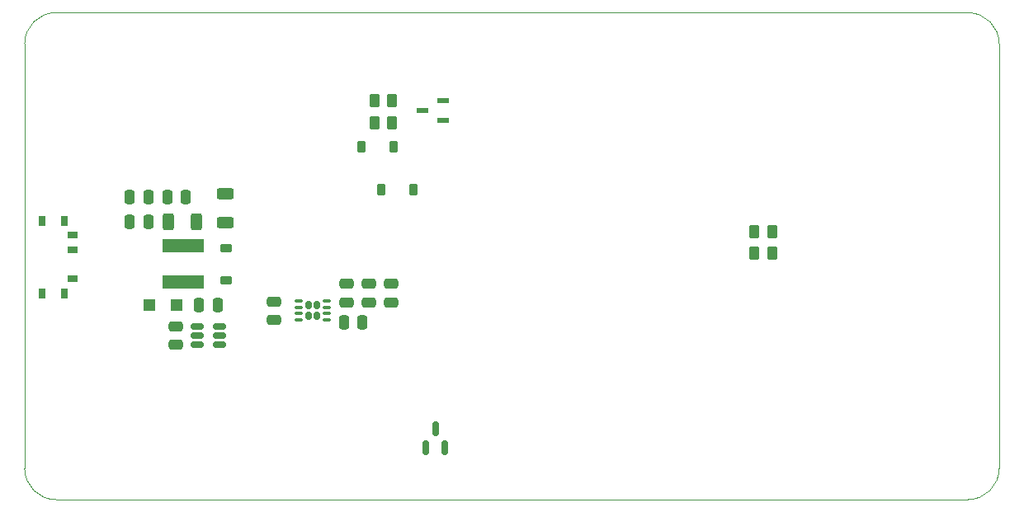
<source format=gbp>
G04 #@! TF.GenerationSoftware,KiCad,Pcbnew,8.0.6*
G04 #@! TF.CreationDate,2026-01-15T10:53:25-08:00*
G04 #@! TF.ProjectId,USBPD_Board,55534250-445f-4426-9f61-72642e6b6963,A*
G04 #@! TF.SameCoordinates,Original*
G04 #@! TF.FileFunction,Paste,Bot*
G04 #@! TF.FilePolarity,Positive*
%FSLAX46Y46*%
G04 Gerber Fmt 4.6, Leading zero omitted, Abs format (unit mm)*
G04 Created by KiCad (PCBNEW 8.0.6) date 2026-01-15 10:53:25*
%MOMM*%
%LPD*%
G01*
G04 APERTURE LIST*
G04 Aperture macros list*
%AMRoundRect*
0 Rectangle with rounded corners*
0 $1 Rounding radius*
0 $2 $3 $4 $5 $6 $7 $8 $9 X,Y pos of 4 corners*
0 Add a 4 corners polygon primitive as box body*
4,1,4,$2,$3,$4,$5,$6,$7,$8,$9,$2,$3,0*
0 Add four circle primitives for the rounded corners*
1,1,$1+$1,$2,$3*
1,1,$1+$1,$4,$5*
1,1,$1+$1,$6,$7*
1,1,$1+$1,$8,$9*
0 Add four rect primitives between the rounded corners*
20,1,$1+$1,$2,$3,$4,$5,0*
20,1,$1+$1,$4,$5,$6,$7,0*
20,1,$1+$1,$6,$7,$8,$9,0*
20,1,$1+$1,$8,$9,$2,$3,0*%
G04 Aperture macros list end*
%ADD10RoundRect,0.250000X0.262500X0.450000X-0.262500X0.450000X-0.262500X-0.450000X0.262500X-0.450000X0*%
%ADD11RoundRect,0.250000X0.475000X-0.250000X0.475000X0.250000X-0.475000X0.250000X-0.475000X-0.250000X0*%
%ADD12RoundRect,0.250000X-0.250000X-0.475000X0.250000X-0.475000X0.250000X0.475000X-0.250000X0.475000X0*%
%ADD13RoundRect,0.250000X-0.312500X-0.625000X0.312500X-0.625000X0.312500X0.625000X-0.312500X0.625000X0*%
%ADD14RoundRect,0.225000X-0.225000X-0.375000X0.225000X-0.375000X0.225000X0.375000X-0.225000X0.375000X0*%
%ADD15RoundRect,0.250000X-0.475000X0.250000X-0.475000X-0.250000X0.475000X-0.250000X0.475000X0.250000X0*%
%ADD16RoundRect,0.250000X0.625000X-0.312500X0.625000X0.312500X-0.625000X0.312500X-0.625000X-0.312500X0*%
%ADD17R,1.000000X0.700000*%
%ADD18R,0.800000X1.000000*%
%ADD19RoundRect,0.250000X0.250000X0.475000X-0.250000X0.475000X-0.250000X-0.475000X0.250000X-0.475000X0*%
%ADD20RoundRect,0.225000X0.375000X-0.225000X0.375000X0.225000X-0.375000X0.225000X-0.375000X-0.225000X0*%
%ADD21RoundRect,0.150000X0.150000X-0.587500X0.150000X0.587500X-0.150000X0.587500X-0.150000X-0.587500X0*%
%ADD22R,1.200000X1.200000*%
%ADD23R,4.200000X1.400000*%
%ADD24RoundRect,0.172500X0.172500X0.242500X-0.172500X0.242500X-0.172500X-0.242500X0.172500X-0.242500X0*%
%ADD25RoundRect,0.075000X0.325000X0.075000X-0.325000X0.075000X-0.325000X-0.075000X0.325000X-0.075000X0*%
%ADD26RoundRect,0.150000X0.512500X0.150000X-0.512500X0.150000X-0.512500X-0.150000X0.512500X-0.150000X0*%
%ADD27R,1.300000X0.600000*%
G04 #@! TA.AperFunction,Profile*
%ADD28C,0.050000*%
G04 #@! TD*
G04 APERTURE END LIST*
D10*
X137712500Y-81300000D03*
X135887500Y-81300000D03*
D11*
X115500000Y-104100000D03*
X115500000Y-102200000D03*
D12*
X132750000Y-101800000D03*
X134650000Y-101800000D03*
D13*
X114737500Y-91500000D03*
X117662500Y-91500000D03*
D14*
X134550000Y-83800000D03*
X137850000Y-83800000D03*
D15*
X125600000Y-99650000D03*
X125600000Y-101550000D03*
D16*
X120600000Y-91562500D03*
X120600000Y-88637500D03*
D17*
X104950000Y-97350000D03*
X104950000Y-94350000D03*
X104950000Y-92850000D03*
D18*
X104050000Y-98850000D03*
X104050000Y-91350000D03*
X101750000Y-91350000D03*
X101750000Y-98850000D03*
D19*
X112700000Y-91500000D03*
X110800000Y-91500000D03*
X112700000Y-88900000D03*
X110800000Y-88900000D03*
D11*
X135300000Y-99750000D03*
X135300000Y-97850000D03*
D20*
X120700000Y-97450000D03*
X120700000Y-94150000D03*
D11*
X137600000Y-99750000D03*
X137600000Y-97850000D03*
D12*
X114650000Y-88900000D03*
X116550000Y-88900000D03*
D21*
X143100000Y-114637500D03*
X141200000Y-114637500D03*
X142150000Y-112762500D03*
D10*
X176712500Y-92500000D03*
X174887500Y-92500000D03*
X176712500Y-94700000D03*
X174887500Y-94700000D03*
D14*
X136550000Y-88200000D03*
X139850000Y-88200000D03*
D19*
X119812500Y-100050000D03*
X117912500Y-100050000D03*
D22*
X115600000Y-100000000D03*
X112800000Y-100000000D03*
D23*
X116300000Y-97650000D03*
X116300000Y-93950000D03*
D24*
X129975000Y-101085000D03*
X129975000Y-100065000D03*
X129125000Y-101085000D03*
X129125000Y-100065000D03*
D25*
X131000000Y-99600000D03*
X131000000Y-100250000D03*
X131000000Y-100900000D03*
X131000000Y-101550000D03*
X128100000Y-101550000D03*
X128100000Y-100900000D03*
X128100000Y-100250000D03*
X128100000Y-99600000D03*
D11*
X133000000Y-99750000D03*
X133000000Y-97850000D03*
D26*
X120000000Y-102200000D03*
X120000000Y-103150000D03*
X120000000Y-104100000D03*
X117725000Y-104100000D03*
X117725000Y-103150000D03*
X117725000Y-102200000D03*
D10*
X137725000Y-79000000D03*
X135900000Y-79000000D03*
D27*
X142900000Y-79040000D03*
X142900000Y-81100000D03*
X140800000Y-80070000D03*
D28*
X200000000Y-73200000D02*
X200000000Y-116800000D01*
X100000000Y-73200000D02*
X100000000Y-116800000D01*
X196800000Y-70000000D02*
X103200000Y-70000000D01*
X196800000Y-70000000D02*
G75*
G02*
X200000000Y-73200000I-100J-3200100D01*
G01*
X200000000Y-116800000D02*
G75*
G02*
X196800000Y-120000000I-3200000J0D01*
G01*
X100000000Y-73200000D02*
G75*
G02*
X103200000Y-70000000I3200000J0D01*
G01*
X103200000Y-120000000D02*
G75*
G02*
X100000000Y-116800000I0J3200000D01*
G01*
X103200000Y-120000000D02*
X196800000Y-120000000D01*
M02*

</source>
